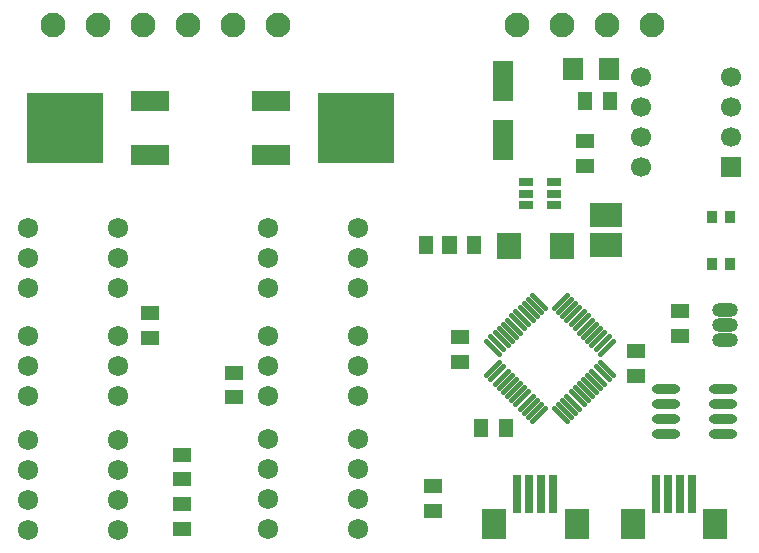
<source format=gts>
%FSLAX25Y25*%
%MOIN*%
G70*
G01*
G75*
G04 Layer_Color=8388736*
%ADD10R,0.10039X0.07677*%
%ADD11R,0.05512X0.04331*%
%ADD12R,0.07087X0.08268*%
%ADD13R,0.04331X0.02362*%
%ADD14R,0.24410X0.22835*%
%ADD15R,0.11811X0.06299*%
%ADD16R,0.04331X0.05512*%
G04:AMPARAMS|DCode=17|XSize=9.84mil|YSize=70.87mil|CornerRadius=0mil|HoleSize=0mil|Usage=FLASHONLY|Rotation=135.000|XOffset=0mil|YOffset=0mil|HoleType=Round|Shape=Round|*
%AMOVALD17*
21,1,0.06102,0.00984,0.00000,0.00000,225.0*
1,1,0.00984,0.02158,0.02158*
1,1,0.00984,-0.02158,-0.02158*
%
%ADD17OVALD17*%

G04:AMPARAMS|DCode=18|XSize=9.84mil|YSize=70.87mil|CornerRadius=0mil|HoleSize=0mil|Usage=FLASHONLY|Rotation=45.000|XOffset=0mil|YOffset=0mil|HoleType=Round|Shape=Round|*
%AMOVALD18*
21,1,0.06102,0.00984,0.00000,0.00000,135.0*
1,1,0.00984,0.02158,-0.02158*
1,1,0.00984,-0.02158,0.02158*
%
%ADD18OVALD18*%

%ADD19R,0.07087X0.09055*%
%ADD20R,0.02362X0.11811*%
%ADD21O,0.08661X0.02362*%
%ADD22R,0.02756X0.03150*%
%ADD23R,0.06000X0.07000*%
%ADD24R,0.06299X0.12598*%
%ADD25C,0.01181*%
%ADD26C,0.01969*%
%ADD27C,0.01575*%
%ADD28C,0.00984*%
%ADD29C,0.01500*%
%ADD30C,0.07874*%
%ADD31C,0.03937*%
%ADD32C,0.07480*%
%ADD33C,0.06000*%
%ADD34O,0.07874X0.03937*%
%ADD35O,0.07874X0.03937*%
%ADD36C,0.05906*%
%ADD37R,0.05906X0.05906*%
%ADD38C,0.02362*%
%ADD39C,0.05000*%
G04:AMPARAMS|DCode=40|XSize=23.62mil|YSize=23.62mil|CornerRadius=1.18mil|HoleSize=0mil|Usage=FLASHONLY|Rotation=90.000|XOffset=0mil|YOffset=0mil|HoleType=Round|Shape=RoundedRectangle|*
%AMROUNDEDRECTD40*
21,1,0.02362,0.02126,0,0,90.0*
21,1,0.02126,0.02362,0,0,90.0*
1,1,0.00236,0.01063,0.01063*
1,1,0.00236,0.01063,-0.01063*
1,1,0.00236,-0.01063,-0.01063*
1,1,0.00236,-0.01063,0.01063*
%
%ADD40ROUNDEDRECTD40*%
%ADD41R,0.04600X0.04600*%
%ADD42R,0.07480X0.04331*%
%ADD43C,0.03150*%
%ADD44C,0.02362*%
%ADD45C,0.00787*%
%ADD46C,0.00394*%
%ADD47C,0.00591*%
%ADD48C,0.00800*%
%ADD49C,0.01000*%
%ADD50C,0.00669*%
%ADD51R,0.10827X0.08465*%
%ADD52R,0.06299X0.05118*%
%ADD53R,0.07874X0.09055*%
%ADD54R,0.05118X0.03150*%
%ADD55R,0.25197X0.23622*%
%ADD56R,0.12598X0.07087*%
%ADD57R,0.05118X0.06299*%
G04:AMPARAMS|DCode=58|XSize=17.72mil|YSize=78.74mil|CornerRadius=0mil|HoleSize=0mil|Usage=FLASHONLY|Rotation=135.000|XOffset=0mil|YOffset=0mil|HoleType=Round|Shape=Round|*
%AMOVALD58*
21,1,0.06102,0.01772,0.00000,0.00000,225.0*
1,1,0.01772,0.02158,0.02158*
1,1,0.01772,-0.02158,-0.02158*
%
%ADD58OVALD58*%

G04:AMPARAMS|DCode=59|XSize=17.72mil|YSize=78.74mil|CornerRadius=0mil|HoleSize=0mil|Usage=FLASHONLY|Rotation=45.000|XOffset=0mil|YOffset=0mil|HoleType=Round|Shape=Round|*
%AMOVALD59*
21,1,0.06102,0.01772,0.00000,0.00000,135.0*
1,1,0.01772,0.02158,-0.02158*
1,1,0.01772,-0.02158,0.02158*
%
%ADD59OVALD59*%

%ADD60R,0.07874X0.09843*%
%ADD61R,0.03150X0.12598*%
%ADD62O,0.09449X0.03150*%
%ADD63R,0.03543X0.03937*%
%ADD64R,0.06787X0.07787*%
%ADD65R,0.07087X0.13386*%
%ADD66C,0.08268*%
%ADD67C,0.06787*%
%ADD68O,0.08661X0.04724*%
%ADD69O,0.08661X0.04724*%
%ADD70C,0.06693*%
%ADD71R,0.06693X0.06693*%
D51*
X206791Y120571D02*
D03*
Y110728D02*
D03*
D52*
X199803Y145177D02*
D03*
Y136909D02*
D03*
X231299Y80216D02*
D03*
Y88484D02*
D03*
X149016Y30315D02*
D03*
Y22047D02*
D03*
X65354Y24213D02*
D03*
Y15945D02*
D03*
Y40748D02*
D03*
Y32480D02*
D03*
X54724Y79724D02*
D03*
Y87992D02*
D03*
X82677Y59842D02*
D03*
Y68110D02*
D03*
X158169Y71752D02*
D03*
Y80020D02*
D03*
X216732Y75197D02*
D03*
Y66929D02*
D03*
D53*
X192028Y110335D02*
D03*
X174311D02*
D03*
D54*
X179921Y131496D02*
D03*
Y127756D02*
D03*
Y124016D02*
D03*
X189370D02*
D03*
Y127756D02*
D03*
Y131496D02*
D03*
D55*
X26378Y149606D02*
D03*
X123228D02*
D03*
D56*
X54724Y158622D02*
D03*
Y140591D02*
D03*
X94882D02*
D03*
Y158622D02*
D03*
D57*
X162697Y110728D02*
D03*
X154429D02*
D03*
X146555D02*
D03*
X154823D02*
D03*
X173425Y49606D02*
D03*
X165157D02*
D03*
X207874Y158465D02*
D03*
X199606D02*
D03*
D58*
X169062Y69216D02*
D03*
X170454Y67824D02*
D03*
X171846Y66432D02*
D03*
X173238Y65040D02*
D03*
X174629Y63648D02*
D03*
X176021Y62256D02*
D03*
X177413Y60864D02*
D03*
X178805Y59472D02*
D03*
X180197Y58080D02*
D03*
X181589Y56688D02*
D03*
X182981Y55296D02*
D03*
X184373Y53904D02*
D03*
X206923Y76454D02*
D03*
X205531Y77846D02*
D03*
X204139Y79238D02*
D03*
X202747Y80629D02*
D03*
X201355Y82021D02*
D03*
X199963Y83413D02*
D03*
X198571Y84805D02*
D03*
X197179Y86197D02*
D03*
X195787Y87589D02*
D03*
X194395Y88981D02*
D03*
X193003Y90373D02*
D03*
X191611Y91765D02*
D03*
D59*
Y53904D02*
D03*
X193003Y55296D02*
D03*
X194395Y56688D02*
D03*
X195787Y58080D02*
D03*
X197179Y59472D02*
D03*
X198571Y60864D02*
D03*
X199963Y62256D02*
D03*
X201355Y63648D02*
D03*
X202747Y65040D02*
D03*
X204139Y66432D02*
D03*
X205531Y67824D02*
D03*
X206923Y69216D02*
D03*
X184373Y91765D02*
D03*
X182981Y90373D02*
D03*
X181589Y88981D02*
D03*
X180197Y87589D02*
D03*
X178805Y86197D02*
D03*
X177413Y84805D02*
D03*
X176021Y83413D02*
D03*
X174629Y82021D02*
D03*
X173238Y80629D02*
D03*
X171846Y79238D02*
D03*
X170454Y77846D02*
D03*
X169062Y76454D02*
D03*
D60*
X169291Y17717D02*
D03*
X196850D02*
D03*
X215551D02*
D03*
X243110D02*
D03*
D61*
X188976Y27559D02*
D03*
X185039D02*
D03*
X181102D02*
D03*
X177165D02*
D03*
X235236D02*
D03*
X231299D02*
D03*
X227362D02*
D03*
X223425D02*
D03*
D62*
X245669Y47618D02*
D03*
Y52618D02*
D03*
Y57618D02*
D03*
Y62618D02*
D03*
X226772Y47618D02*
D03*
Y52618D02*
D03*
Y57618D02*
D03*
Y62618D02*
D03*
D63*
X248130Y104331D02*
D03*
X242028D02*
D03*
X248130Y120079D02*
D03*
X242028D02*
D03*
D64*
X195772Y169291D02*
D03*
X207772D02*
D03*
D65*
X172244Y165354D02*
D03*
Y145669D02*
D03*
D66*
X97441Y183858D02*
D03*
X82441D02*
D03*
X67441D02*
D03*
X52441D02*
D03*
X37441D02*
D03*
X22441D02*
D03*
X222165Y183858D02*
D03*
X207165D02*
D03*
X192165D02*
D03*
X177165D02*
D03*
D67*
X44094Y15748D02*
D03*
Y25748D02*
D03*
Y35748D02*
D03*
Y45748D02*
D03*
X14095D02*
D03*
Y35748D02*
D03*
Y25748D02*
D03*
Y15748D02*
D03*
X44094Y80378D02*
D03*
Y70378D02*
D03*
Y60378D02*
D03*
X14095D02*
D03*
Y70378D02*
D03*
Y80378D02*
D03*
X44094Y116378D02*
D03*
Y106378D02*
D03*
Y96378D02*
D03*
X14095D02*
D03*
Y106378D02*
D03*
Y116378D02*
D03*
X94095Y96378D02*
D03*
Y106378D02*
D03*
Y116378D02*
D03*
X124094D02*
D03*
Y106378D02*
D03*
Y96378D02*
D03*
X94095Y60378D02*
D03*
Y70378D02*
D03*
Y80378D02*
D03*
X124094D02*
D03*
Y70378D02*
D03*
Y60378D02*
D03*
X94095Y45866D02*
D03*
Y35866D02*
D03*
Y25866D02*
D03*
Y15866D02*
D03*
X124094D02*
D03*
Y25866D02*
D03*
Y35866D02*
D03*
Y45866D02*
D03*
D68*
X246457Y79055D02*
D03*
Y84055D02*
D03*
D69*
Y89055D02*
D03*
D70*
X218268Y166575D02*
D03*
Y156575D02*
D03*
Y146575D02*
D03*
Y136575D02*
D03*
X248268Y166575D02*
D03*
Y156575D02*
D03*
Y146575D02*
D03*
D71*
Y136575D02*
D03*
M02*

</source>
